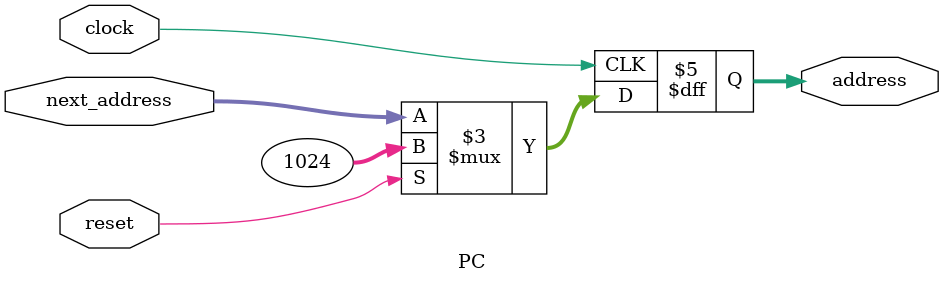
<source format=v>
module PC (
    input clock,
    input reset,       
    input [31:0] next_address,
    output reg [31:0] address  // Cambiado a reg para evitar problemas de síntesis
);

always @(posedge clock) begin
    if (reset) begin
        address <= 32'h00000400;  // Reiniciar el PC al valor inicial
    end else begin
        address <= next_address;
    end
end

endmodule

</source>
